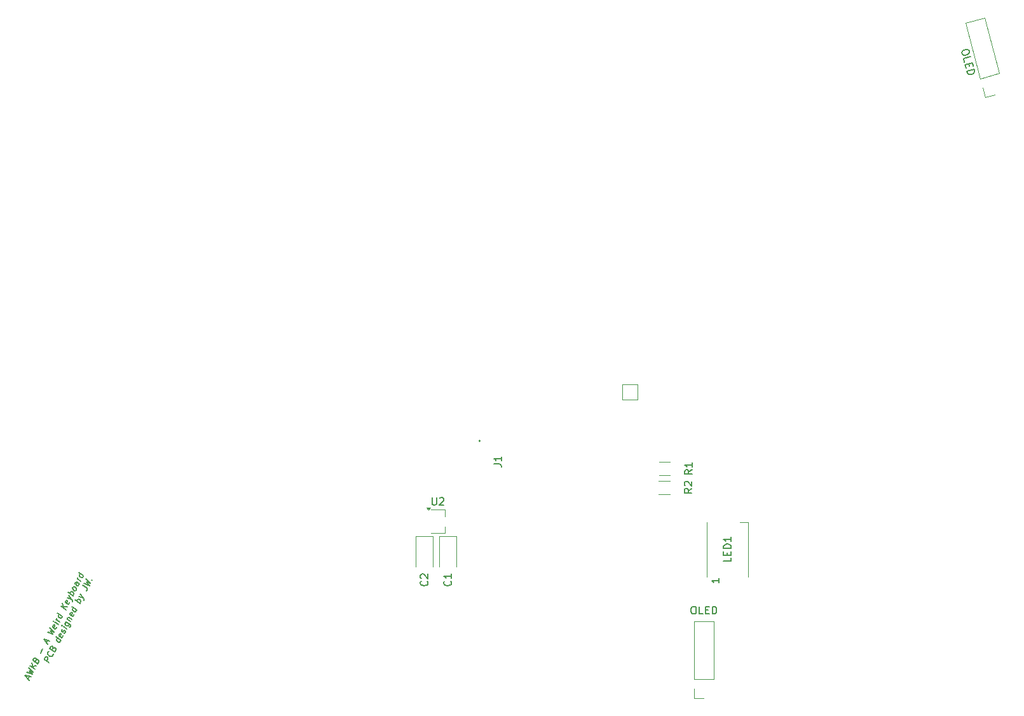
<source format=gbr>
G04 #@! TF.GenerationSoftware,KiCad,Pcbnew,8.0.2-1*
G04 #@! TF.CreationDate,2024-09-10T00:57:15+08:00*
G04 #@! TF.ProjectId,34_monosplit,33345f6d-6f6e-46f7-9370-6c69742e6b69,rev?*
G04 #@! TF.SameCoordinates,Original*
G04 #@! TF.FileFunction,Legend,Top*
G04 #@! TF.FilePolarity,Positive*
%FSLAX46Y46*%
G04 Gerber Fmt 4.6, Leading zero omitted, Abs format (unit mm)*
G04 Created by KiCad (PCBNEW 8.0.2-1) date 2024-09-10 00:57:15*
%MOMM*%
%LPD*%
G01*
G04 APERTURE LIST*
%ADD10C,0.150000*%
%ADD11C,0.120000*%
G04 APERTURE END LIST*
D10*
X77454009Y-110074617D02*
X77629913Y-109736708D01*
X77608380Y-110273085D02*
X77068080Y-109578449D01*
X77068080Y-109578449D02*
X77854646Y-109800012D01*
X77279165Y-109172958D02*
X78030550Y-109462104D01*
X78030550Y-109462104D02*
X77627031Y-108999726D01*
X77627031Y-108999726D02*
X78171274Y-109191777D01*
X78171274Y-109191777D02*
X77595792Y-108564722D01*
X78399949Y-108752495D02*
X77736516Y-108294395D01*
X78611035Y-108347004D02*
X78073616Y-108389351D01*
X77947601Y-107888904D02*
X78115621Y-108556166D01*
X78544968Y-107566393D02*
X78629332Y-107486834D01*
X78629332Y-107486834D02*
X78678514Y-107474858D01*
X78678514Y-107474858D02*
X78759289Y-107484695D01*
X78759289Y-107484695D02*
X78854065Y-107550138D01*
X78854065Y-107550138D02*
X78899659Y-107627558D01*
X78899659Y-107627558D02*
X78913660Y-107683163D01*
X78913660Y-107683163D02*
X78910072Y-107772559D01*
X78910072Y-107772559D02*
X78769348Y-108042886D01*
X78769348Y-108042886D02*
X78105915Y-107584786D01*
X78105915Y-107584786D02*
X78229048Y-107348250D01*
X78229048Y-107348250D02*
X78295820Y-107302482D01*
X78295820Y-107302482D02*
X78345003Y-107290506D01*
X78345003Y-107290506D02*
X78425778Y-107300344D01*
X78425778Y-107300344D02*
X78488962Y-107343972D01*
X78488962Y-107343972D02*
X78534555Y-107421392D01*
X78534555Y-107421392D02*
X78548557Y-107476997D01*
X78548557Y-107476997D02*
X78544968Y-107566393D01*
X78544968Y-107566393D02*
X78421835Y-107802929D01*
X79167457Y-106618109D02*
X79448904Y-106077455D01*
X79951849Y-105276311D02*
X80127753Y-104938402D01*
X80106221Y-105474778D02*
X79565920Y-104780142D01*
X79565920Y-104780142D02*
X80352487Y-105001706D01*
X80058452Y-103833997D02*
X80809838Y-104123143D01*
X80809838Y-104123143D02*
X80406318Y-103660765D01*
X80406318Y-103660765D02*
X80950561Y-103852816D01*
X80950561Y-103852816D02*
X80375079Y-103225761D01*
X81288368Y-103121393D02*
X81284779Y-103210789D01*
X81284779Y-103210789D02*
X81214417Y-103345952D01*
X81214417Y-103345952D02*
X81147644Y-103391720D01*
X81147644Y-103391720D02*
X81066870Y-103381882D01*
X81066870Y-103381882D02*
X80814133Y-103207368D01*
X80814133Y-103207368D02*
X80768539Y-103129948D01*
X80768539Y-103129948D02*
X80772128Y-103040552D01*
X80772128Y-103040552D02*
X80842490Y-102905389D01*
X80842490Y-102905389D02*
X80909263Y-102859621D01*
X80909263Y-102859621D02*
X80990037Y-102869459D01*
X80990037Y-102869459D02*
X81053222Y-102913087D01*
X81053222Y-102913087D02*
X80940502Y-103294625D01*
X81495864Y-102805298D02*
X81053575Y-102499898D01*
X80832430Y-102347198D02*
X80846432Y-102402803D01*
X80846432Y-102402803D02*
X80895614Y-102390827D01*
X80895614Y-102390827D02*
X80881613Y-102335222D01*
X80881613Y-102335222D02*
X80832430Y-102347198D01*
X80832430Y-102347198D02*
X80895614Y-102390827D01*
X81671768Y-102467390D02*
X81229479Y-102161990D01*
X81355847Y-102249247D02*
X81310253Y-102171827D01*
X81310253Y-102171827D02*
X81296252Y-102116222D01*
X81296252Y-102116222D02*
X81299841Y-102026826D01*
X81299841Y-102026826D02*
X81335021Y-101959244D01*
X82058757Y-101723990D02*
X81395324Y-101265890D01*
X82027165Y-101702176D02*
X82023576Y-101791572D01*
X82023576Y-101791572D02*
X81953215Y-101926736D01*
X81953215Y-101926736D02*
X81886442Y-101972503D01*
X81886442Y-101972503D02*
X81837259Y-101984480D01*
X81837259Y-101984480D02*
X81756485Y-101974642D01*
X81756485Y-101974642D02*
X81566932Y-101843756D01*
X81566932Y-101843756D02*
X81521339Y-101766337D01*
X81521339Y-101766337D02*
X81507337Y-101710732D01*
X81507337Y-101710732D02*
X81510926Y-101621336D01*
X81510926Y-101621336D02*
X81581287Y-101486172D01*
X81581287Y-101486172D02*
X81648060Y-101440405D01*
X82516109Y-100845427D02*
X81852675Y-100387327D01*
X82727194Y-100439936D02*
X82189775Y-100482282D01*
X82063760Y-99981836D02*
X82231780Y-100649098D01*
X82994639Y-99843676D02*
X82991050Y-99933073D01*
X82991050Y-99933073D02*
X82920688Y-100068236D01*
X82920688Y-100068236D02*
X82853915Y-100114004D01*
X82853915Y-100114004D02*
X82773141Y-100104166D01*
X82773141Y-100104166D02*
X82520404Y-99929652D01*
X82520404Y-99929652D02*
X82474810Y-99852232D01*
X82474810Y-99852232D02*
X82478399Y-99762836D01*
X82478399Y-99762836D02*
X82548761Y-99627673D01*
X82548761Y-99627673D02*
X82615534Y-99581905D01*
X82615534Y-99581905D02*
X82696308Y-99591743D01*
X82696308Y-99591743D02*
X82759493Y-99635371D01*
X82759493Y-99635371D02*
X82646773Y-100016909D01*
X82724665Y-99289764D02*
X83254906Y-99426209D01*
X82900569Y-98951855D02*
X83254906Y-99426209D01*
X83254906Y-99426209D02*
X83377686Y-99602863D01*
X83377686Y-99602863D02*
X83391688Y-99658468D01*
X83391688Y-99658468D02*
X83388099Y-99747864D01*
X83483582Y-98986928D02*
X82820148Y-98528828D01*
X83072885Y-98703342D02*
X83076474Y-98613946D01*
X83076474Y-98613946D02*
X83146835Y-98478782D01*
X83146835Y-98478782D02*
X83213608Y-98433015D01*
X83213608Y-98433015D02*
X83262791Y-98421038D01*
X83262791Y-98421038D02*
X83343565Y-98430876D01*
X83343565Y-98430876D02*
X83533118Y-98561762D01*
X83533118Y-98561762D02*
X83578712Y-98639181D01*
X83578712Y-98639181D02*
X83592713Y-98694786D01*
X83592713Y-98694786D02*
X83589124Y-98784182D01*
X83589124Y-98784182D02*
X83518763Y-98919346D01*
X83518763Y-98919346D02*
X83451990Y-98965113D01*
X83870571Y-98243528D02*
X83803799Y-98289295D01*
X83803799Y-98289295D02*
X83754616Y-98301272D01*
X83754616Y-98301272D02*
X83673841Y-98291434D01*
X83673841Y-98291434D02*
X83484289Y-98160548D01*
X83484289Y-98160548D02*
X83438695Y-98083129D01*
X83438695Y-98083129D02*
X83424693Y-98027524D01*
X83424693Y-98027524D02*
X83428282Y-97938128D01*
X83428282Y-97938128D02*
X83481054Y-97836755D01*
X83481054Y-97836755D02*
X83547826Y-97790988D01*
X83547826Y-97790988D02*
X83597009Y-97779011D01*
X83597009Y-97779011D02*
X83677784Y-97788849D01*
X83677784Y-97788849D02*
X83867336Y-97919734D01*
X83867336Y-97919734D02*
X83912930Y-97997154D01*
X83912930Y-97997154D02*
X83926931Y-98052759D01*
X83926931Y-98052759D02*
X83923343Y-98142155D01*
X83923343Y-98142155D02*
X83870571Y-98243528D01*
X84310332Y-97398755D02*
X83962819Y-97158798D01*
X83962819Y-97158798D02*
X83882045Y-97148960D01*
X83882045Y-97148960D02*
X83815272Y-97194728D01*
X83815272Y-97194728D02*
X83744910Y-97329891D01*
X83744910Y-97329891D02*
X83741321Y-97419287D01*
X84278740Y-97376941D02*
X84275151Y-97466337D01*
X84275151Y-97466337D02*
X84187199Y-97635291D01*
X84187199Y-97635291D02*
X84120426Y-97681059D01*
X84120426Y-97681059D02*
X84039652Y-97671221D01*
X84039652Y-97671221D02*
X83976468Y-97627593D01*
X83976468Y-97627593D02*
X83930874Y-97550173D01*
X83930874Y-97550173D02*
X83934463Y-97460777D01*
X83934463Y-97460777D02*
X84022415Y-97291823D01*
X84022415Y-97291823D02*
X84026003Y-97202427D01*
X84486237Y-97060846D02*
X84043947Y-96755446D01*
X84170316Y-96842703D02*
X84124722Y-96765283D01*
X84124722Y-96765283D02*
X84110720Y-96709678D01*
X84110720Y-96709678D02*
X84114309Y-96620282D01*
X84114309Y-96620282D02*
X84149490Y-96552700D01*
X84873226Y-96317446D02*
X84209792Y-95859346D01*
X84841634Y-96295632D02*
X84838045Y-96385028D01*
X84838045Y-96385028D02*
X84767683Y-96520192D01*
X84767683Y-96520192D02*
X84700910Y-96565959D01*
X84700910Y-96565959D02*
X84651728Y-96577936D01*
X84651728Y-96577936D02*
X84570953Y-96568098D01*
X84570953Y-96568098D02*
X84381401Y-96437212D01*
X84381401Y-96437212D02*
X84335807Y-96359793D01*
X84335807Y-96359793D02*
X84321805Y-96304188D01*
X84321805Y-96304188D02*
X84325394Y-96214792D01*
X84325394Y-96214792D02*
X84395756Y-96079628D01*
X84395756Y-96079628D02*
X84462529Y-96033861D01*
X80298768Y-107894198D02*
X79635334Y-107436098D01*
X79635334Y-107436098D02*
X79776057Y-107165771D01*
X79776057Y-107165771D02*
X79842830Y-107120003D01*
X79842830Y-107120003D02*
X79892013Y-107108027D01*
X79892013Y-107108027D02*
X79972787Y-107117864D01*
X79972787Y-107117864D02*
X80067563Y-107183307D01*
X80067563Y-107183307D02*
X80113157Y-107260727D01*
X80113157Y-107260727D02*
X80127159Y-107316332D01*
X80127159Y-107316332D02*
X80123570Y-107405728D01*
X80123570Y-107405728D02*
X79982847Y-107676055D01*
X80816067Y-106735470D02*
X80830069Y-106791075D01*
X80830069Y-106791075D02*
X80808890Y-106914262D01*
X80808890Y-106914262D02*
X80773709Y-106981844D01*
X80773709Y-106981844D02*
X80689346Y-107061402D01*
X80689346Y-107061402D02*
X80590981Y-107085355D01*
X80590981Y-107085355D02*
X80510206Y-107075518D01*
X80510206Y-107075518D02*
X80366247Y-107022051D01*
X80366247Y-107022051D02*
X80271471Y-106956609D01*
X80271471Y-106956609D02*
X80162693Y-106835561D01*
X80162693Y-106835561D02*
X80117099Y-106758141D01*
X80117099Y-106758141D02*
X80089096Y-106646931D01*
X80089096Y-106646931D02*
X80110275Y-106523744D01*
X80110275Y-106523744D02*
X80145456Y-106456162D01*
X80145456Y-106456162D02*
X80229819Y-106376604D01*
X80229819Y-106376604D02*
X80279002Y-106364627D01*
X80813185Y-105998487D02*
X80897549Y-105918929D01*
X80897549Y-105918929D02*
X80946731Y-105906952D01*
X80946731Y-105906952D02*
X81027506Y-105916790D01*
X81027506Y-105916790D02*
X81122282Y-105982233D01*
X81122282Y-105982233D02*
X81167876Y-106059652D01*
X81167876Y-106059652D02*
X81181877Y-106115257D01*
X81181877Y-106115257D02*
X81178289Y-106204653D01*
X81178289Y-106204653D02*
X81037565Y-106474980D01*
X81037565Y-106474980D02*
X80374132Y-106016880D01*
X80374132Y-106016880D02*
X80497264Y-105780344D01*
X80497264Y-105780344D02*
X80564037Y-105734577D01*
X80564037Y-105734577D02*
X80613220Y-105722600D01*
X80613220Y-105722600D02*
X80693995Y-105732438D01*
X80693995Y-105732438D02*
X80757179Y-105776066D01*
X80757179Y-105776066D02*
X80802772Y-105853486D01*
X80802772Y-105853486D02*
X80816774Y-105909091D01*
X80816774Y-105909091D02*
X80813185Y-105998487D01*
X80813185Y-105998487D02*
X80690052Y-106235023D01*
X81846725Y-104920599D02*
X81183291Y-104462499D01*
X81815133Y-104898785D02*
X81811544Y-104988181D01*
X81811544Y-104988181D02*
X81741182Y-105123345D01*
X81741182Y-105123345D02*
X81674409Y-105169112D01*
X81674409Y-105169112D02*
X81625227Y-105181089D01*
X81625227Y-105181089D02*
X81544452Y-105171251D01*
X81544452Y-105171251D02*
X81354900Y-105040365D01*
X81354900Y-105040365D02*
X81309306Y-104962946D01*
X81309306Y-104962946D02*
X81295304Y-104907341D01*
X81295304Y-104907341D02*
X81298893Y-104817945D01*
X81298893Y-104817945D02*
X81369255Y-104682781D01*
X81369255Y-104682781D02*
X81436028Y-104637014D01*
X82131761Y-104290549D02*
X82128172Y-104379945D01*
X82128172Y-104379945D02*
X82057810Y-104515108D01*
X82057810Y-104515108D02*
X81991037Y-104560876D01*
X81991037Y-104560876D02*
X81910263Y-104551038D01*
X81910263Y-104551038D02*
X81657526Y-104376524D01*
X81657526Y-104376524D02*
X81611932Y-104299104D01*
X81611932Y-104299104D02*
X81615521Y-104209708D01*
X81615521Y-104209708D02*
X81685883Y-104074545D01*
X81685883Y-104074545D02*
X81752656Y-104028777D01*
X81752656Y-104028777D02*
X81833430Y-104038615D01*
X81833430Y-104038615D02*
X81896614Y-104082244D01*
X81896614Y-104082244D02*
X81783894Y-104463781D01*
X82290074Y-103986431D02*
X82356847Y-103940663D01*
X82356847Y-103940663D02*
X82427209Y-103805500D01*
X82427209Y-103805500D02*
X82430798Y-103716104D01*
X82430798Y-103716104D02*
X82385204Y-103638684D01*
X82385204Y-103638684D02*
X82353612Y-103616870D01*
X82353612Y-103616870D02*
X82272837Y-103607032D01*
X82272837Y-103607032D02*
X82206064Y-103652800D01*
X82206064Y-103652800D02*
X82153293Y-103754173D01*
X82153293Y-103754173D02*
X82086520Y-103799940D01*
X82086520Y-103799940D02*
X82005746Y-103790102D01*
X82005746Y-103790102D02*
X81974153Y-103768288D01*
X81974153Y-103768288D02*
X81928560Y-103690869D01*
X81928560Y-103690869D02*
X81932148Y-103601473D01*
X81932148Y-103601473D02*
X81984920Y-103500100D01*
X81984920Y-103500100D02*
X82051693Y-103454332D01*
X82638294Y-103400009D02*
X82196005Y-103094609D01*
X81974860Y-102941909D02*
X81988862Y-102997514D01*
X81988862Y-102997514D02*
X82038044Y-102985538D01*
X82038044Y-102985538D02*
X82024043Y-102929933D01*
X82024043Y-102929933D02*
X81974860Y-102941909D01*
X81974860Y-102941909D02*
X82038044Y-102985538D01*
X82530223Y-102452583D02*
X83067288Y-102823426D01*
X83067288Y-102823426D02*
X83112882Y-102900845D01*
X83112882Y-102900845D02*
X83126884Y-102956450D01*
X83126884Y-102956450D02*
X83123295Y-103045846D01*
X83123295Y-103045846D02*
X83070524Y-103147219D01*
X83070524Y-103147219D02*
X83003751Y-103192986D01*
X82940920Y-102736168D02*
X82937331Y-102825564D01*
X82937331Y-102825564D02*
X82866969Y-102960728D01*
X82866969Y-102960728D02*
X82800196Y-103006496D01*
X82800196Y-103006496D02*
X82751014Y-103018472D01*
X82751014Y-103018472D02*
X82670239Y-103008634D01*
X82670239Y-103008634D02*
X82480687Y-102877749D01*
X82480687Y-102877749D02*
X82435093Y-102800329D01*
X82435093Y-102800329D02*
X82421091Y-102744724D01*
X82421091Y-102744724D02*
X82424680Y-102655328D01*
X82424680Y-102655328D02*
X82495042Y-102520165D01*
X82495042Y-102520165D02*
X82561815Y-102474397D01*
X82706127Y-102114673D02*
X83148416Y-102420073D01*
X82769311Y-102158302D02*
X82755310Y-102102697D01*
X82755310Y-102102697D02*
X82758898Y-102013301D01*
X82758898Y-102013301D02*
X82811670Y-101911928D01*
X82811670Y-101911928D02*
X82878443Y-101866161D01*
X82878443Y-101866161D02*
X82959217Y-101875998D01*
X82959217Y-101875998D02*
X83306730Y-102115955D01*
X83591766Y-101485905D02*
X83588177Y-101575301D01*
X83588177Y-101575301D02*
X83517815Y-101710464D01*
X83517815Y-101710464D02*
X83451043Y-101756232D01*
X83451043Y-101756232D02*
X83370268Y-101746394D01*
X83370268Y-101746394D02*
X83117531Y-101571880D01*
X83117531Y-101571880D02*
X83071937Y-101494460D01*
X83071937Y-101494460D02*
X83075526Y-101405064D01*
X83075526Y-101405064D02*
X83145888Y-101269901D01*
X83145888Y-101269901D02*
X83212661Y-101224133D01*
X83212661Y-101224133D02*
X83293435Y-101233971D01*
X83293435Y-101233971D02*
X83356620Y-101277600D01*
X83356620Y-101277600D02*
X83243900Y-101659137D01*
X83957576Y-100865692D02*
X83294142Y-100407592D01*
X83925984Y-100843878D02*
X83922395Y-100933274D01*
X83922395Y-100933274D02*
X83852033Y-101068438D01*
X83852033Y-101068438D02*
X83785260Y-101114205D01*
X83785260Y-101114205D02*
X83736078Y-101126182D01*
X83736078Y-101126182D02*
X83655303Y-101116344D01*
X83655303Y-101116344D02*
X83465751Y-100985458D01*
X83465751Y-100985458D02*
X83420157Y-100908039D01*
X83420157Y-100908039D02*
X83406155Y-100852434D01*
X83406155Y-100852434D02*
X83409744Y-100763038D01*
X83409744Y-100763038D02*
X83480106Y-100627874D01*
X83480106Y-100627874D02*
X83546879Y-100582107D01*
X84414927Y-99987129D02*
X83751493Y-99529029D01*
X84004230Y-99703543D02*
X84007819Y-99614147D01*
X84007819Y-99614147D02*
X84078181Y-99478983D01*
X84078181Y-99478983D02*
X84144953Y-99433216D01*
X84144953Y-99433216D02*
X84194136Y-99421239D01*
X84194136Y-99421239D02*
X84274911Y-99431077D01*
X84274911Y-99431077D02*
X84464463Y-99561963D01*
X84464463Y-99561963D02*
X84510057Y-99639382D01*
X84510057Y-99639382D02*
X84524059Y-99694987D01*
X84524059Y-99694987D02*
X84520470Y-99784383D01*
X84520470Y-99784383D02*
X84450108Y-99919547D01*
X84450108Y-99919547D02*
X84383335Y-99965314D01*
X84271675Y-99107283D02*
X84801917Y-99243729D01*
X84447580Y-98769374D02*
X84801917Y-99243729D01*
X84801917Y-99243729D02*
X84924696Y-99420382D01*
X84924696Y-99420382D02*
X84938698Y-99475987D01*
X84938698Y-99475987D02*
X84935109Y-99565383D01*
X84754148Y-97602947D02*
X85228029Y-97930162D01*
X85228029Y-97930162D02*
X85305215Y-98029395D01*
X85305215Y-98029395D02*
X85333218Y-98140606D01*
X85333218Y-98140606D02*
X85312039Y-98263793D01*
X85312039Y-98263793D02*
X85276858Y-98331374D01*
X84894871Y-97332620D02*
X85646257Y-97621765D01*
X85646257Y-97621765D02*
X85242738Y-97159388D01*
X85242738Y-97159388D02*
X85786981Y-97351438D01*
X85786981Y-97351438D02*
X85211499Y-96724384D01*
X85952472Y-96868528D02*
X86001655Y-96856551D01*
X86001655Y-96856551D02*
X86015656Y-96912157D01*
X86015656Y-96912157D02*
X85966474Y-96924133D01*
X85966474Y-96924133D02*
X85952472Y-96868528D01*
X85952472Y-96868528D02*
X86015656Y-96912157D01*
X131309095Y-85893619D02*
X131309095Y-86703142D01*
X131309095Y-86703142D02*
X131356714Y-86798380D01*
X131356714Y-86798380D02*
X131404333Y-86846000D01*
X131404333Y-86846000D02*
X131499571Y-86893619D01*
X131499571Y-86893619D02*
X131690047Y-86893619D01*
X131690047Y-86893619D02*
X131785285Y-86846000D01*
X131785285Y-86846000D02*
X131832904Y-86798380D01*
X131832904Y-86798380D02*
X131880523Y-86703142D01*
X131880523Y-86703142D02*
X131880523Y-85893619D01*
X132309095Y-85988857D02*
X132356714Y-85941238D01*
X132356714Y-85941238D02*
X132451952Y-85893619D01*
X132451952Y-85893619D02*
X132690047Y-85893619D01*
X132690047Y-85893619D02*
X132785285Y-85941238D01*
X132785285Y-85941238D02*
X132832904Y-85988857D01*
X132832904Y-85988857D02*
X132880523Y-86084095D01*
X132880523Y-86084095D02*
X132880523Y-86179333D01*
X132880523Y-86179333D02*
X132832904Y-86322190D01*
X132832904Y-86322190D02*
X132261476Y-86893619D01*
X132261476Y-86893619D02*
X132880523Y-86893619D01*
X139526819Y-81427733D02*
X140241104Y-81427733D01*
X140241104Y-81427733D02*
X140383961Y-81475352D01*
X140383961Y-81475352D02*
X140479200Y-81570590D01*
X140479200Y-81570590D02*
X140526819Y-81713447D01*
X140526819Y-81713447D02*
X140526819Y-81808685D01*
X140526819Y-80427733D02*
X140526819Y-80999161D01*
X140526819Y-80713447D02*
X139526819Y-80713447D01*
X139526819Y-80713447D02*
X139669676Y-80808685D01*
X139669676Y-80808685D02*
X139764914Y-80903923D01*
X139764914Y-80903923D02*
X139812533Y-80999161D01*
X133772480Y-97038966D02*
X133820100Y-97086585D01*
X133820100Y-97086585D02*
X133867719Y-97229442D01*
X133867719Y-97229442D02*
X133867719Y-97324680D01*
X133867719Y-97324680D02*
X133820100Y-97467537D01*
X133820100Y-97467537D02*
X133724861Y-97562775D01*
X133724861Y-97562775D02*
X133629623Y-97610394D01*
X133629623Y-97610394D02*
X133439147Y-97658013D01*
X133439147Y-97658013D02*
X133296290Y-97658013D01*
X133296290Y-97658013D02*
X133105814Y-97610394D01*
X133105814Y-97610394D02*
X133010576Y-97562775D01*
X133010576Y-97562775D02*
X132915338Y-97467537D01*
X132915338Y-97467537D02*
X132867719Y-97324680D01*
X132867719Y-97324680D02*
X132867719Y-97229442D01*
X132867719Y-97229442D02*
X132915338Y-97086585D01*
X132915338Y-97086585D02*
X132962957Y-97038966D01*
X133867719Y-96086585D02*
X133867719Y-96658013D01*
X133867719Y-96372299D02*
X132867719Y-96372299D01*
X132867719Y-96372299D02*
X133010576Y-96467537D01*
X133010576Y-96467537D02*
X133105814Y-96562775D01*
X133105814Y-96562775D02*
X133153433Y-96658013D01*
X166047096Y-100413819D02*
X166237572Y-100413819D01*
X166237572Y-100413819D02*
X166332810Y-100461438D01*
X166332810Y-100461438D02*
X166428048Y-100556676D01*
X166428048Y-100556676D02*
X166475667Y-100747152D01*
X166475667Y-100747152D02*
X166475667Y-101080485D01*
X166475667Y-101080485D02*
X166428048Y-101270961D01*
X166428048Y-101270961D02*
X166332810Y-101366200D01*
X166332810Y-101366200D02*
X166237572Y-101413819D01*
X166237572Y-101413819D02*
X166047096Y-101413819D01*
X166047096Y-101413819D02*
X165951858Y-101366200D01*
X165951858Y-101366200D02*
X165856620Y-101270961D01*
X165856620Y-101270961D02*
X165809001Y-101080485D01*
X165809001Y-101080485D02*
X165809001Y-100747152D01*
X165809001Y-100747152D02*
X165856620Y-100556676D01*
X165856620Y-100556676D02*
X165951858Y-100461438D01*
X165951858Y-100461438D02*
X166047096Y-100413819D01*
X167380429Y-101413819D02*
X166904239Y-101413819D01*
X166904239Y-101413819D02*
X166904239Y-100413819D01*
X167713763Y-100890009D02*
X168047096Y-100890009D01*
X168189953Y-101413819D02*
X167713763Y-101413819D01*
X167713763Y-101413819D02*
X167713763Y-100413819D01*
X167713763Y-100413819D02*
X168189953Y-100413819D01*
X168618525Y-101413819D02*
X168618525Y-100413819D01*
X168618525Y-100413819D02*
X168856620Y-100413819D01*
X168856620Y-100413819D02*
X168999477Y-100461438D01*
X168999477Y-100461438D02*
X169094715Y-100556676D01*
X169094715Y-100556676D02*
X169142334Y-100651914D01*
X169142334Y-100651914D02*
X169189953Y-100842390D01*
X169189953Y-100842390D02*
X169189953Y-100985247D01*
X169189953Y-100985247D02*
X169142334Y-101175723D01*
X169142334Y-101175723D02*
X169094715Y-101270961D01*
X169094715Y-101270961D02*
X168999477Y-101366200D01*
X168999477Y-101366200D02*
X168856620Y-101413819D01*
X168856620Y-101413819D02*
X168618525Y-101413819D01*
X202833700Y-26330804D02*
X202882999Y-26514790D01*
X202882999Y-26514790D02*
X202861652Y-26619108D01*
X202861652Y-26619108D02*
X202794308Y-26735750D01*
X202794308Y-26735750D02*
X202622647Y-26831046D01*
X202622647Y-26831046D02*
X202300672Y-26917319D01*
X202300672Y-26917319D02*
X202104361Y-26920621D01*
X202104361Y-26920621D02*
X201987719Y-26853278D01*
X201987719Y-26853278D02*
X201917073Y-26773609D01*
X201917073Y-26773609D02*
X201867774Y-26589623D01*
X201867774Y-26589623D02*
X201889121Y-26485306D01*
X201889121Y-26485306D02*
X201956465Y-26368663D01*
X201956465Y-26368663D02*
X202128126Y-26273368D01*
X202128126Y-26273368D02*
X202450101Y-26187095D01*
X202450101Y-26187095D02*
X202646412Y-26183793D01*
X202646412Y-26183793D02*
X202763054Y-26251136D01*
X202763054Y-26251136D02*
X202833700Y-26330804D01*
X202212866Y-27877524D02*
X202089619Y-27417560D01*
X202089619Y-27417560D02*
X203055545Y-27158741D01*
X202805101Y-28063928D02*
X202891374Y-28385903D01*
X202422387Y-28659465D02*
X202299139Y-28199500D01*
X202299139Y-28199500D02*
X203265065Y-27940681D01*
X203265065Y-27940681D02*
X203388312Y-28400646D01*
X202533309Y-29073433D02*
X203499235Y-28814614D01*
X203499235Y-28814614D02*
X203560858Y-29044596D01*
X203560858Y-29044596D02*
X203551836Y-29194910D01*
X203551836Y-29194910D02*
X203484493Y-29311553D01*
X203484493Y-29311553D02*
X203404824Y-29382199D01*
X203404824Y-29382199D02*
X203233163Y-29477494D01*
X203233163Y-29477494D02*
X203095174Y-29514468D01*
X203095174Y-29514468D02*
X202898863Y-29517770D01*
X202898863Y-29517770D02*
X202794546Y-29496423D01*
X202794546Y-29496423D02*
X202677903Y-29429080D01*
X202677903Y-29429080D02*
X202594933Y-29303415D01*
X202594933Y-29303415D02*
X202533309Y-29073433D01*
X130652580Y-97038966D02*
X130700200Y-97086585D01*
X130700200Y-97086585D02*
X130747819Y-97229442D01*
X130747819Y-97229442D02*
X130747819Y-97324680D01*
X130747819Y-97324680D02*
X130700200Y-97467537D01*
X130700200Y-97467537D02*
X130604961Y-97562775D01*
X130604961Y-97562775D02*
X130509723Y-97610394D01*
X130509723Y-97610394D02*
X130319247Y-97658013D01*
X130319247Y-97658013D02*
X130176390Y-97658013D01*
X130176390Y-97658013D02*
X129985914Y-97610394D01*
X129985914Y-97610394D02*
X129890676Y-97562775D01*
X129890676Y-97562775D02*
X129795438Y-97467537D01*
X129795438Y-97467537D02*
X129747819Y-97324680D01*
X129747819Y-97324680D02*
X129747819Y-97229442D01*
X129747819Y-97229442D02*
X129795438Y-97086585D01*
X129795438Y-97086585D02*
X129843057Y-97038966D01*
X129843057Y-96658013D02*
X129795438Y-96610394D01*
X129795438Y-96610394D02*
X129747819Y-96515156D01*
X129747819Y-96515156D02*
X129747819Y-96277061D01*
X129747819Y-96277061D02*
X129795438Y-96181823D01*
X129795438Y-96181823D02*
X129843057Y-96134204D01*
X129843057Y-96134204D02*
X129938295Y-96086585D01*
X129938295Y-96086585D02*
X130033533Y-96086585D01*
X130033533Y-96086585D02*
X130176390Y-96134204D01*
X130176390Y-96134204D02*
X130747819Y-96705632D01*
X130747819Y-96705632D02*
X130747819Y-96086585D01*
X165902019Y-84683466D02*
X165425828Y-85016799D01*
X165902019Y-85254894D02*
X164902019Y-85254894D01*
X164902019Y-85254894D02*
X164902019Y-84873942D01*
X164902019Y-84873942D02*
X164949638Y-84778704D01*
X164949638Y-84778704D02*
X164997257Y-84731085D01*
X164997257Y-84731085D02*
X165092495Y-84683466D01*
X165092495Y-84683466D02*
X165235352Y-84683466D01*
X165235352Y-84683466D02*
X165330590Y-84731085D01*
X165330590Y-84731085D02*
X165378209Y-84778704D01*
X165378209Y-84778704D02*
X165425828Y-84873942D01*
X165425828Y-84873942D02*
X165425828Y-85254894D01*
X164997257Y-84302513D02*
X164949638Y-84254894D01*
X164949638Y-84254894D02*
X164902019Y-84159656D01*
X164902019Y-84159656D02*
X164902019Y-83921561D01*
X164902019Y-83921561D02*
X164949638Y-83826323D01*
X164949638Y-83826323D02*
X164997257Y-83778704D01*
X164997257Y-83778704D02*
X165092495Y-83731085D01*
X165092495Y-83731085D02*
X165187733Y-83731085D01*
X165187733Y-83731085D02*
X165330590Y-83778704D01*
X165330590Y-83778704D02*
X165902019Y-84350132D01*
X165902019Y-84350132D02*
X165902019Y-83731085D01*
X171134818Y-93916247D02*
X171134818Y-94392437D01*
X171134818Y-94392437D02*
X170134818Y-94392437D01*
X170611008Y-93582913D02*
X170611008Y-93249580D01*
X171134818Y-93106723D02*
X171134818Y-93582913D01*
X171134818Y-93582913D02*
X170134818Y-93582913D01*
X170134818Y-93582913D02*
X170134818Y-93106723D01*
X171134818Y-92678151D02*
X170134818Y-92678151D01*
X170134818Y-92678151D02*
X170134818Y-92440056D01*
X170134818Y-92440056D02*
X170182437Y-92297199D01*
X170182437Y-92297199D02*
X170277675Y-92201961D01*
X170277675Y-92201961D02*
X170372913Y-92154342D01*
X170372913Y-92154342D02*
X170563389Y-92106723D01*
X170563389Y-92106723D02*
X170706246Y-92106723D01*
X170706246Y-92106723D02*
X170896722Y-92154342D01*
X170896722Y-92154342D02*
X170991960Y-92201961D01*
X170991960Y-92201961D02*
X171087199Y-92297199D01*
X171087199Y-92297199D02*
X171134818Y-92440056D01*
X171134818Y-92440056D02*
X171134818Y-92678151D01*
X171134818Y-91154342D02*
X171134818Y-91725770D01*
X171134818Y-91440056D02*
X170134818Y-91440056D01*
X170134818Y-91440056D02*
X170277675Y-91535294D01*
X170277675Y-91535294D02*
X170372913Y-91630532D01*
X170372913Y-91630532D02*
X170420532Y-91725770D01*
X169534818Y-96661485D02*
X169534818Y-97232913D01*
X169534818Y-96947199D02*
X168534818Y-96947199D01*
X168534818Y-96947199D02*
X168677675Y-97042437D01*
X168677675Y-97042437D02*
X168772913Y-97137675D01*
X168772913Y-97137675D02*
X168820532Y-97232913D01*
X165952819Y-82194266D02*
X165476628Y-82527599D01*
X165952819Y-82765694D02*
X164952819Y-82765694D01*
X164952819Y-82765694D02*
X164952819Y-82384742D01*
X164952819Y-82384742D02*
X165000438Y-82289504D01*
X165000438Y-82289504D02*
X165048057Y-82241885D01*
X165048057Y-82241885D02*
X165143295Y-82194266D01*
X165143295Y-82194266D02*
X165286152Y-82194266D01*
X165286152Y-82194266D02*
X165381390Y-82241885D01*
X165381390Y-82241885D02*
X165429009Y-82289504D01*
X165429009Y-82289504D02*
X165476628Y-82384742D01*
X165476628Y-82384742D02*
X165476628Y-82765694D01*
X165952819Y-81241885D02*
X165952819Y-81813313D01*
X165952819Y-81527599D02*
X164952819Y-81527599D01*
X164952819Y-81527599D02*
X165095676Y-81622837D01*
X165095676Y-81622837D02*
X165190914Y-81718075D01*
X165190914Y-81718075D02*
X165238533Y-81813313D01*
D11*
X133016000Y-89758800D02*
X133016000Y-90648800D01*
X133016000Y-90648800D02*
X131166000Y-90648800D01*
X133031000Y-87528800D02*
X131181000Y-87528800D01*
X133031000Y-87528800D02*
X133031000Y-88418800D01*
X130791000Y-87538800D02*
X130551000Y-87208800D01*
X131031000Y-87208800D01*
X130791000Y-87538800D01*
G36*
X130791000Y-87538800D02*
G01*
X130551000Y-87208800D01*
X131031000Y-87208800D01*
X130791000Y-87538800D01*
G37*
D10*
X137707000Y-78344400D02*
G75*
G02*
X137557000Y-78344400I-75000J0D01*
G01*
X137557000Y-78344400D02*
G75*
G02*
X137707000Y-78344400I75000J0D01*
G01*
D11*
X132277900Y-91073800D02*
X132277900Y-95133800D01*
X134547900Y-91073800D02*
X132277900Y-91073800D01*
X134547900Y-95133800D02*
X134547900Y-91073800D01*
X166169477Y-110078999D02*
X166169478Y-102399000D01*
X166169477Y-112678999D02*
X166169476Y-111349000D01*
X167499477Y-112679001D02*
X166169477Y-112678999D01*
X168829477Y-110079000D02*
X166169477Y-110078999D01*
X168829477Y-110079000D02*
X168829478Y-102399001D01*
X168829478Y-102399001D02*
X166169478Y-102399000D01*
X204311952Y-30050702D02*
X202324223Y-22632392D01*
X204893586Y-21943934D02*
X202324223Y-22632392D01*
X204984882Y-32562109D02*
X204640652Y-31277429D01*
X206269564Y-32217881D02*
X204984882Y-32562109D01*
X206881315Y-29362244D02*
X204311952Y-30050702D01*
X206881315Y-29362244D02*
X204893586Y-21943934D01*
X129158000Y-91073800D02*
X129158000Y-95133800D01*
X131428000Y-91073800D02*
X129158000Y-91073800D01*
X131428000Y-95133800D02*
X131428000Y-91073800D01*
X161493736Y-83657600D02*
X162947864Y-83657600D01*
X161493736Y-85477600D02*
X162947864Y-85477600D01*
X167930000Y-96447200D02*
X167930000Y-89147200D01*
X173429998Y-89147200D02*
X172279999Y-89147199D01*
X173429998Y-96447200D02*
X173429998Y-89147200D01*
X161519736Y-81117600D02*
X162973864Y-81117600D01*
X161519736Y-82937600D02*
X162973864Y-82937600D01*
X158636004Y-72830300D02*
X156604004Y-72830300D01*
X156604003Y-70798300D01*
X158636004Y-70798300D01*
X158636004Y-72830300D01*
M02*

</source>
